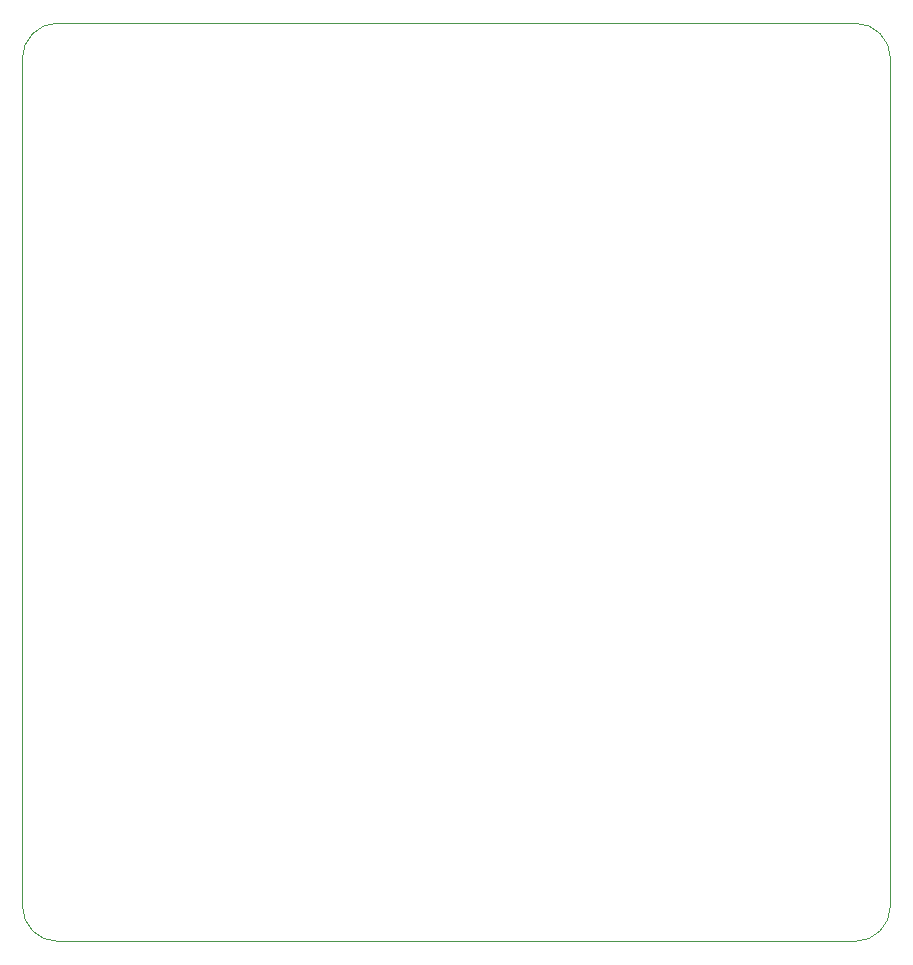
<source format=gm1>
G04 #@! TF.GenerationSoftware,KiCad,Pcbnew,7.0.1*
G04 #@! TF.CreationDate,2023-12-05T18:06:22-06:00*
G04 #@! TF.ProjectId,Pico Breakout Board V3,5069636f-2042-4726-9561-6b6f75742042,rev?*
G04 #@! TF.SameCoordinates,Original*
G04 #@! TF.FileFunction,Profile,NP*
%FSLAX46Y46*%
G04 Gerber Fmt 4.6, Leading zero omitted, Abs format (unit mm)*
G04 Created by KiCad (PCBNEW 7.0.1) date 2023-12-05 18:06:22*
%MOMM*%
%LPD*%
G01*
G04 APERTURE LIST*
G04 #@! TA.AperFunction,Profile*
%ADD10C,0.100000*%
G04 #@! TD*
G04 APERTURE END LIST*
D10*
X100500000Y-35750000D02*
G75*
G03*
X97500000Y-38750000I0J-3000000D01*
G01*
X171000000Y-38750000D02*
G75*
G03*
X168000000Y-35750000I-3000000J0D01*
G01*
X97500000Y-110500000D02*
G75*
G03*
X100500000Y-113500000I3000000J0D01*
G01*
X168000000Y-113500000D02*
G75*
G03*
X171000000Y-110500000I0J3000000D01*
G01*
X97500000Y-38750000D02*
X97500000Y-110500000D01*
X168000000Y-35750000D02*
X100500000Y-35750000D01*
X168000000Y-113500000D02*
X100500000Y-113500000D01*
X171000000Y-38750000D02*
X171000000Y-110500000D01*
M02*

</source>
